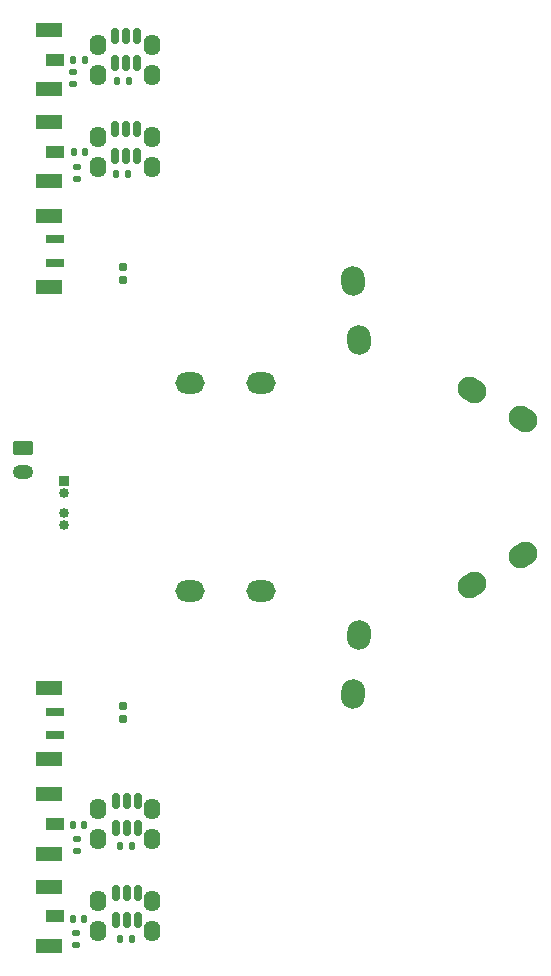
<source format=gbr>
%TF.GenerationSoftware,KiCad,Pcbnew,8.0.3*%
%TF.CreationDate,2024-06-14T00:30:10+09:00*%
%TF.ProjectId,makyi_mouse,6d616b79-695f-46d6-9f75-73652e6b6963,rev?*%
%TF.SameCoordinates,Original*%
%TF.FileFunction,Soldermask,Bot*%
%TF.FilePolarity,Negative*%
%FSLAX46Y46*%
G04 Gerber Fmt 4.6, Leading zero omitted, Abs format (unit mm)*
G04 Created by KiCad (PCBNEW 8.0.3) date 2024-06-14 00:30:10*
%MOMM*%
%LPD*%
G01*
G04 APERTURE LIST*
G04 Aperture macros list*
%AMRoundRect*
0 Rectangle with rounded corners*
0 $1 Rounding radius*
0 $2 $3 $4 $5 $6 $7 $8 $9 X,Y pos of 4 corners*
0 Add a 4 corners polygon primitive as box body*
4,1,4,$2,$3,$4,$5,$6,$7,$8,$9,$2,$3,0*
0 Add four circle primitives for the rounded corners*
1,1,$1+$1,$2,$3*
1,1,$1+$1,$4,$5*
1,1,$1+$1,$6,$7*
1,1,$1+$1,$8,$9*
0 Add four rect primitives between the rounded corners*
20,1,$1+$1,$2,$3,$4,$5,0*
20,1,$1+$1,$4,$5,$6,$7,0*
20,1,$1+$1,$6,$7,$8,$9,0*
20,1,$1+$1,$8,$9,$2,$3,0*%
%AMHorizOval*
0 Thick line with rounded ends*
0 $1 width*
0 $2 $3 position (X,Y) of the first rounded end (center of the circle)*
0 $4 $5 position (X,Y) of the second rounded end (center of the circle)*
0 Add line between two ends*
20,1,$1,$2,$3,$4,$5,0*
0 Add two circle primitives to create the rounded ends*
1,1,$1,$2,$3*
1,1,$1,$4,$5*%
G04 Aperture macros list end*
%ADD10R,1.500000X1.000000*%
%ADD11R,2.200000X1.200000*%
%ADD12O,1.400000X1.800000*%
%ADD13HorizOval,2.000000X-0.021789X-0.249049X0.021789X0.249049X0*%
%ADD14HorizOval,2.000000X-0.216506X-0.125000X0.216506X0.125000X0*%
%ADD15HorizOval,2.000000X0.216506X-0.125000X-0.216506X0.125000X0*%
%ADD16R,1.500000X0.700000*%
%ADD17HorizOval,2.000000X0.021789X-0.249049X-0.021789X0.249049X0*%
%ADD18O,2.500000X1.800000*%
%ADD19R,0.850000X0.850000*%
%ADD20O,0.850000X0.850000*%
%ADD21RoundRect,0.250000X-0.625000X0.350000X-0.625000X-0.350000X0.625000X-0.350000X0.625000X0.350000X0*%
%ADD22O,1.750000X1.200000*%
%ADD23C,0.850000*%
%ADD24RoundRect,0.155000X0.155000X-0.212500X0.155000X0.212500X-0.155000X0.212500X-0.155000X-0.212500X0*%
%ADD25RoundRect,0.135000X0.135000X0.185000X-0.135000X0.185000X-0.135000X-0.185000X0.135000X-0.185000X0*%
%ADD26RoundRect,0.150000X-0.150000X0.512500X-0.150000X-0.512500X0.150000X-0.512500X0.150000X0.512500X0*%
%ADD27RoundRect,0.140000X-0.140000X-0.170000X0.140000X-0.170000X0.140000X0.170000X-0.140000X0.170000X0*%
%ADD28RoundRect,0.135000X-0.185000X0.135000X-0.185000X-0.135000X0.185000X-0.135000X0.185000X0.135000X0*%
%ADD29RoundRect,0.155000X-0.155000X0.212500X-0.155000X-0.212500X0.155000X-0.212500X0.155000X0.212500X0*%
G04 APERTURE END LIST*
D10*
%TO.C,J9*%
X135500000Y-51600000D03*
D11*
X135000000Y-54100000D03*
X135000000Y-49100000D03*
%TD*%
D12*
%TO.C,Q5*%
X139200000Y-115030000D03*
X139200000Y-117570000D03*
%TD*%
%TO.C,D4*%
X143700000Y-107230000D03*
X143700000Y-109770000D03*
%TD*%
D13*
%TO.C,J6*%
X160782111Y-97490487D03*
X161217889Y-92509513D03*
%TD*%
D14*
%TO.C,J3*%
X170834936Y-88250000D03*
X175165064Y-85750000D03*
%TD*%
D15*
%TO.C,J5*%
X175165064Y-74250000D03*
X170834936Y-71750000D03*
%TD*%
D10*
%TO.C,J7*%
X135500000Y-116300000D03*
D11*
X135000000Y-118800000D03*
X135000000Y-113800000D03*
%TD*%
%TO.C,J13*%
X135000000Y-57000000D03*
D16*
X135500000Y-59000000D03*
X135500000Y-61000000D03*
D11*
X135000000Y-63000000D03*
%TD*%
D12*
%TO.C,D6*%
X143700000Y-50330000D03*
X143700000Y-52870000D03*
%TD*%
D17*
%TO.C,J8*%
X161217889Y-67490487D03*
X160782111Y-62509513D03*
%TD*%
D10*
%TO.C,J2*%
X135500000Y-43800000D03*
D11*
X135000000Y-46300000D03*
X135000000Y-41300000D03*
%TD*%
D18*
%TO.C,J10*%
X152987300Y-71200000D03*
X146987300Y-71200000D03*
%TD*%
D12*
%TO.C,Q3*%
X139200000Y-42530000D03*
X139200000Y-45070000D03*
%TD*%
%TO.C,D5*%
X143700000Y-115030000D03*
X143700000Y-117570000D03*
%TD*%
%TO.C,D3*%
X143700000Y-42530000D03*
X143700000Y-45070000D03*
%TD*%
D10*
%TO.C,J4*%
X135500000Y-108500000D03*
D11*
X135000000Y-111000000D03*
X135000000Y-106000000D03*
%TD*%
D19*
%TO.C,M1*%
X136300000Y-79500000D03*
D20*
X136300000Y-80500000D03*
%TD*%
D18*
%TO.C,J12*%
X152987300Y-88800000D03*
X146987300Y-88800000D03*
%TD*%
D21*
%TO.C,J1*%
X132850000Y-76700000D03*
D22*
X132850000Y-78700000D03*
%TD*%
D12*
%TO.C,Q4*%
X139200000Y-107230000D03*
X139200000Y-109770000D03*
%TD*%
D23*
%TO.C,M2*%
X136300000Y-82200000D03*
D20*
X136300000Y-83200000D03*
%TD*%
D12*
%TO.C,Q6*%
X139200000Y-50330000D03*
X139200000Y-52870000D03*
%TD*%
D24*
%TO.C,C16*%
X141300000Y-99617500D03*
X141300000Y-98482500D03*
%TD*%
D25*
%TO.C,R13*%
X142010000Y-110400000D03*
X140990000Y-110400000D03*
%TD*%
D26*
%TO.C,U6*%
X140650000Y-114362500D03*
X141600000Y-114362500D03*
X142550000Y-114362500D03*
X142550000Y-116637500D03*
X141600000Y-116637500D03*
X140650000Y-116637500D03*
%TD*%
D27*
%TO.C,C9*%
X137070000Y-43800000D03*
X138030000Y-43800000D03*
%TD*%
D25*
%TO.C,R16*%
X142010000Y-118200000D03*
X140990000Y-118200000D03*
%TD*%
D28*
%TO.C,R12*%
X137400000Y-109790000D03*
X137400000Y-110810000D03*
%TD*%
%TO.C,R18*%
X137400000Y-52890000D03*
X137400000Y-53910000D03*
%TD*%
D29*
%TO.C,C17*%
X141300000Y-61332500D03*
X141300000Y-62467500D03*
%TD*%
D25*
%TO.C,R19*%
X141710000Y-53500000D03*
X140690000Y-53500000D03*
%TD*%
D26*
%TO.C,U5*%
X140650000Y-106562500D03*
X141600000Y-106562500D03*
X142550000Y-106562500D03*
X142550000Y-108837500D03*
X141600000Y-108837500D03*
X140650000Y-108837500D03*
%TD*%
%TO.C,U7*%
X140600000Y-49662500D03*
X141550000Y-49662500D03*
X142500000Y-49662500D03*
X142500000Y-51937500D03*
X141550000Y-51937500D03*
X140600000Y-51937500D03*
%TD*%
D28*
%TO.C,R15*%
X137300000Y-117690000D03*
X137300000Y-118710000D03*
%TD*%
D25*
%TO.C,R10*%
X141760000Y-45600000D03*
X140740000Y-45600000D03*
%TD*%
D27*
%TO.C,C11*%
X137020000Y-108600000D03*
X137980000Y-108600000D03*
%TD*%
D26*
%TO.C,U4*%
X140600000Y-41762500D03*
X141550000Y-41762500D03*
X142500000Y-41762500D03*
X142500000Y-44037500D03*
X141550000Y-44037500D03*
X140600000Y-44037500D03*
%TD*%
D27*
%TO.C,C13*%
X137020000Y-116500000D03*
X137980000Y-116500000D03*
%TD*%
%TO.C,C15*%
X137120000Y-51600000D03*
X138080000Y-51600000D03*
%TD*%
D11*
%TO.C,J11*%
X135000000Y-103000000D03*
X135000000Y-103000000D03*
D16*
X135500000Y-101000000D03*
X135500000Y-99000000D03*
D11*
X135000000Y-97000000D03*
%TD*%
D28*
%TO.C,R9*%
X137050000Y-44790000D03*
X137050000Y-45810000D03*
%TD*%
M02*

</source>
